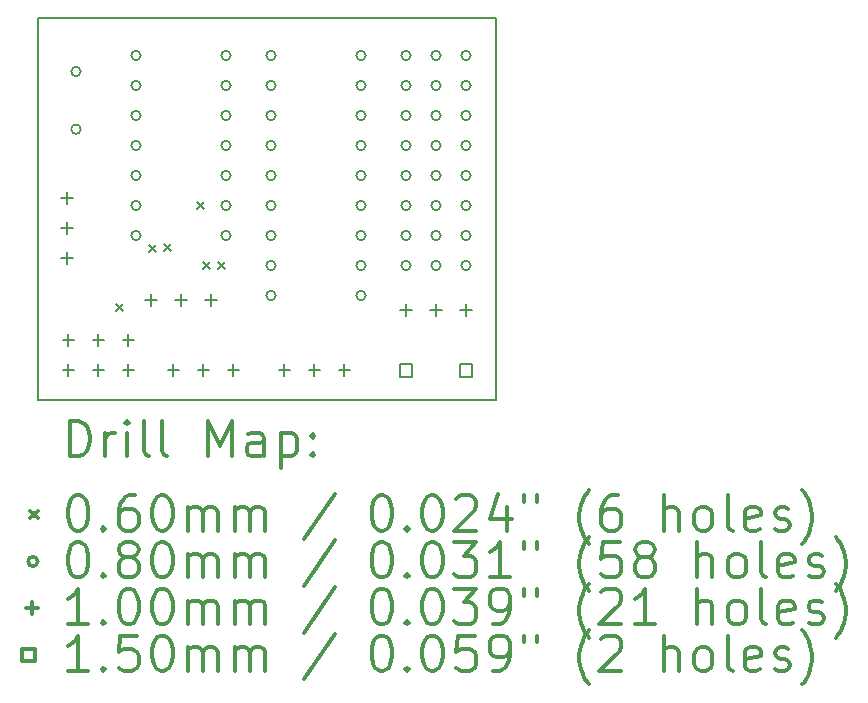
<source format=gbr>
%FSLAX45Y45*%
G04 Gerber Fmt 4.5, Leading zero omitted, Abs format (unit mm)*
G04 Created by KiCad (PCBNEW 4.0.7) date 12/18/18 08:41:11*
%MOMM*%
%LPD*%
G01*
G04 APERTURE LIST*
%ADD10C,0.127000*%
%ADD11C,0.150000*%
%ADD12C,0.200000*%
%ADD13C,0.300000*%
G04 APERTURE END LIST*
D10*
D11*
X13335000Y-12065000D02*
X13335000Y-8826500D01*
X17208500Y-12065000D02*
X17208500Y-8826500D01*
X17208500Y-8826500D02*
X13335000Y-8826500D01*
X13335000Y-12065000D02*
X17208500Y-12065000D01*
D12*
X13990800Y-11247600D02*
X14050800Y-11307600D01*
X14050800Y-11247600D02*
X13990800Y-11307600D01*
X14270200Y-10752300D02*
X14330200Y-10812300D01*
X14330200Y-10752300D02*
X14270200Y-10812300D01*
X14397200Y-10739600D02*
X14457200Y-10799600D01*
X14457200Y-10739600D02*
X14397200Y-10799600D01*
X14676600Y-10384000D02*
X14736600Y-10444000D01*
X14736600Y-10384000D02*
X14676600Y-10444000D01*
X14727400Y-10892000D02*
X14787400Y-10952000D01*
X14787400Y-10892000D02*
X14727400Y-10952000D01*
X14854400Y-10892000D02*
X14914400Y-10952000D01*
X14914400Y-10892000D02*
X14854400Y-10952000D01*
X13692500Y-9281000D02*
G75*
G03X13692500Y-9281000I-40000J0D01*
G01*
X13692500Y-9769000D02*
G75*
G03X13692500Y-9769000I-40000J0D01*
G01*
X14200500Y-9144000D02*
G75*
G03X14200500Y-9144000I-40000J0D01*
G01*
X14200500Y-9398000D02*
G75*
G03X14200500Y-9398000I-40000J0D01*
G01*
X14200500Y-9652000D02*
G75*
G03X14200500Y-9652000I-40000J0D01*
G01*
X14200500Y-9906000D02*
G75*
G03X14200500Y-9906000I-40000J0D01*
G01*
X14200500Y-10160000D02*
G75*
G03X14200500Y-10160000I-40000J0D01*
G01*
X14200500Y-10414000D02*
G75*
G03X14200500Y-10414000I-40000J0D01*
G01*
X14200500Y-10668000D02*
G75*
G03X14200500Y-10668000I-40000J0D01*
G01*
X14962500Y-9144000D02*
G75*
G03X14962500Y-9144000I-40000J0D01*
G01*
X14962500Y-9398000D02*
G75*
G03X14962500Y-9398000I-40000J0D01*
G01*
X14962500Y-9652000D02*
G75*
G03X14962500Y-9652000I-40000J0D01*
G01*
X14962500Y-9906000D02*
G75*
G03X14962500Y-9906000I-40000J0D01*
G01*
X14962500Y-10160000D02*
G75*
G03X14962500Y-10160000I-40000J0D01*
G01*
X14962500Y-10414000D02*
G75*
G03X14962500Y-10414000I-40000J0D01*
G01*
X14962500Y-10668000D02*
G75*
G03X14962500Y-10668000I-40000J0D01*
G01*
X15343500Y-9144000D02*
G75*
G03X15343500Y-9144000I-40000J0D01*
G01*
X15343500Y-9398000D02*
G75*
G03X15343500Y-9398000I-40000J0D01*
G01*
X15343500Y-9652000D02*
G75*
G03X15343500Y-9652000I-40000J0D01*
G01*
X15343500Y-9906000D02*
G75*
G03X15343500Y-9906000I-40000J0D01*
G01*
X15343500Y-10160000D02*
G75*
G03X15343500Y-10160000I-40000J0D01*
G01*
X15343500Y-10414000D02*
G75*
G03X15343500Y-10414000I-40000J0D01*
G01*
X15343500Y-10668000D02*
G75*
G03X15343500Y-10668000I-40000J0D01*
G01*
X15343500Y-10922000D02*
G75*
G03X15343500Y-10922000I-40000J0D01*
G01*
X15343500Y-11176000D02*
G75*
G03X15343500Y-11176000I-40000J0D01*
G01*
X16105500Y-9144000D02*
G75*
G03X16105500Y-9144000I-40000J0D01*
G01*
X16105500Y-9398000D02*
G75*
G03X16105500Y-9398000I-40000J0D01*
G01*
X16105500Y-9652000D02*
G75*
G03X16105500Y-9652000I-40000J0D01*
G01*
X16105500Y-9906000D02*
G75*
G03X16105500Y-9906000I-40000J0D01*
G01*
X16105500Y-10160000D02*
G75*
G03X16105500Y-10160000I-40000J0D01*
G01*
X16105500Y-10414000D02*
G75*
G03X16105500Y-10414000I-40000J0D01*
G01*
X16105500Y-10668000D02*
G75*
G03X16105500Y-10668000I-40000J0D01*
G01*
X16105500Y-10922000D02*
G75*
G03X16105500Y-10922000I-40000J0D01*
G01*
X16105500Y-11176000D02*
G75*
G03X16105500Y-11176000I-40000J0D01*
G01*
X16486500Y-9144000D02*
G75*
G03X16486500Y-9144000I-40000J0D01*
G01*
X16486500Y-9398000D02*
G75*
G03X16486500Y-9398000I-40000J0D01*
G01*
X16486500Y-9652000D02*
G75*
G03X16486500Y-9652000I-40000J0D01*
G01*
X16486500Y-9906000D02*
G75*
G03X16486500Y-9906000I-40000J0D01*
G01*
X16486500Y-10160000D02*
G75*
G03X16486500Y-10160000I-40000J0D01*
G01*
X16486500Y-10414000D02*
G75*
G03X16486500Y-10414000I-40000J0D01*
G01*
X16486500Y-10668000D02*
G75*
G03X16486500Y-10668000I-40000J0D01*
G01*
X16486500Y-10922000D02*
G75*
G03X16486500Y-10922000I-40000J0D01*
G01*
X16740500Y-9144000D02*
G75*
G03X16740500Y-9144000I-40000J0D01*
G01*
X16740500Y-9398000D02*
G75*
G03X16740500Y-9398000I-40000J0D01*
G01*
X16740500Y-9652000D02*
G75*
G03X16740500Y-9652000I-40000J0D01*
G01*
X16740500Y-9906000D02*
G75*
G03X16740500Y-9906000I-40000J0D01*
G01*
X16740500Y-10160000D02*
G75*
G03X16740500Y-10160000I-40000J0D01*
G01*
X16740500Y-10414000D02*
G75*
G03X16740500Y-10414000I-40000J0D01*
G01*
X16740500Y-10668000D02*
G75*
G03X16740500Y-10668000I-40000J0D01*
G01*
X16740500Y-10922000D02*
G75*
G03X16740500Y-10922000I-40000J0D01*
G01*
X16994500Y-9144000D02*
G75*
G03X16994500Y-9144000I-40000J0D01*
G01*
X16994500Y-9398000D02*
G75*
G03X16994500Y-9398000I-40000J0D01*
G01*
X16994500Y-9652000D02*
G75*
G03X16994500Y-9652000I-40000J0D01*
G01*
X16994500Y-9906000D02*
G75*
G03X16994500Y-9906000I-40000J0D01*
G01*
X16994500Y-10160000D02*
G75*
G03X16994500Y-10160000I-40000J0D01*
G01*
X16994500Y-10414000D02*
G75*
G03X16994500Y-10414000I-40000J0D01*
G01*
X16994500Y-10668000D02*
G75*
G03X16994500Y-10668000I-40000J0D01*
G01*
X16994500Y-10922000D02*
G75*
G03X16994500Y-10922000I-40000J0D01*
G01*
X13576300Y-10300500D02*
X13576300Y-10400500D01*
X13526300Y-10350500D02*
X13626300Y-10350500D01*
X13576300Y-10554500D02*
X13576300Y-10654500D01*
X13526300Y-10604500D02*
X13626300Y-10604500D01*
X13576300Y-10808500D02*
X13576300Y-10908500D01*
X13526300Y-10858500D02*
X13626300Y-10858500D01*
X13589000Y-11507000D02*
X13589000Y-11607000D01*
X13539000Y-11557000D02*
X13639000Y-11557000D01*
X13589000Y-11761000D02*
X13589000Y-11861000D01*
X13539000Y-11811000D02*
X13639000Y-11811000D01*
X13843000Y-11507000D02*
X13843000Y-11607000D01*
X13793000Y-11557000D02*
X13893000Y-11557000D01*
X13843000Y-11761000D02*
X13843000Y-11861000D01*
X13793000Y-11811000D02*
X13893000Y-11811000D01*
X14097000Y-11507000D02*
X14097000Y-11607000D01*
X14047000Y-11557000D02*
X14147000Y-11557000D01*
X14097000Y-11761000D02*
X14097000Y-11861000D01*
X14047000Y-11811000D02*
X14147000Y-11811000D01*
X14287500Y-11164100D02*
X14287500Y-11264100D01*
X14237500Y-11214100D02*
X14337500Y-11214100D01*
X14478000Y-11761000D02*
X14478000Y-11861000D01*
X14428000Y-11811000D02*
X14528000Y-11811000D01*
X14541500Y-11164100D02*
X14541500Y-11264100D01*
X14491500Y-11214100D02*
X14591500Y-11214100D01*
X14732000Y-11761000D02*
X14732000Y-11861000D01*
X14682000Y-11811000D02*
X14782000Y-11811000D01*
X14795500Y-11164100D02*
X14795500Y-11264100D01*
X14745500Y-11214100D02*
X14845500Y-11214100D01*
X14986000Y-11761000D02*
X14986000Y-11861000D01*
X14936000Y-11811000D02*
X15036000Y-11811000D01*
X15417800Y-11761000D02*
X15417800Y-11861000D01*
X15367800Y-11811000D02*
X15467800Y-11811000D01*
X15671800Y-11761000D02*
X15671800Y-11861000D01*
X15621800Y-11811000D02*
X15721800Y-11811000D01*
X15925800Y-11761000D02*
X15925800Y-11861000D01*
X15875800Y-11811000D02*
X15975800Y-11811000D01*
X16446500Y-11253000D02*
X16446500Y-11353000D01*
X16396500Y-11303000D02*
X16496500Y-11303000D01*
X16700500Y-11253000D02*
X16700500Y-11353000D01*
X16650500Y-11303000D02*
X16750500Y-11303000D01*
X16954500Y-11253000D02*
X16954500Y-11353000D01*
X16904500Y-11303000D02*
X17004500Y-11303000D01*
X16499533Y-11864033D02*
X16499533Y-11757966D01*
X16393466Y-11757966D01*
X16393466Y-11864033D01*
X16499533Y-11864033D01*
X17007534Y-11864033D02*
X17007534Y-11757966D01*
X16901467Y-11757966D01*
X16901467Y-11864033D01*
X17007534Y-11864033D01*
D13*
X13598928Y-12538214D02*
X13598928Y-12238214D01*
X13670357Y-12238214D01*
X13713214Y-12252500D01*
X13741786Y-12281071D01*
X13756071Y-12309643D01*
X13770357Y-12366786D01*
X13770357Y-12409643D01*
X13756071Y-12466786D01*
X13741786Y-12495357D01*
X13713214Y-12523929D01*
X13670357Y-12538214D01*
X13598928Y-12538214D01*
X13898928Y-12538214D02*
X13898928Y-12338214D01*
X13898928Y-12395357D02*
X13913214Y-12366786D01*
X13927500Y-12352500D01*
X13956071Y-12338214D01*
X13984643Y-12338214D01*
X14084643Y-12538214D02*
X14084643Y-12338214D01*
X14084643Y-12238214D02*
X14070357Y-12252500D01*
X14084643Y-12266786D01*
X14098928Y-12252500D01*
X14084643Y-12238214D01*
X14084643Y-12266786D01*
X14270357Y-12538214D02*
X14241786Y-12523929D01*
X14227500Y-12495357D01*
X14227500Y-12238214D01*
X14427500Y-12538214D02*
X14398928Y-12523929D01*
X14384643Y-12495357D01*
X14384643Y-12238214D01*
X14770357Y-12538214D02*
X14770357Y-12238214D01*
X14870357Y-12452500D01*
X14970357Y-12238214D01*
X14970357Y-12538214D01*
X15241786Y-12538214D02*
X15241786Y-12381071D01*
X15227500Y-12352500D01*
X15198928Y-12338214D01*
X15141786Y-12338214D01*
X15113214Y-12352500D01*
X15241786Y-12523929D02*
X15213214Y-12538214D01*
X15141786Y-12538214D01*
X15113214Y-12523929D01*
X15098928Y-12495357D01*
X15098928Y-12466786D01*
X15113214Y-12438214D01*
X15141786Y-12423929D01*
X15213214Y-12423929D01*
X15241786Y-12409643D01*
X15384643Y-12338214D02*
X15384643Y-12638214D01*
X15384643Y-12352500D02*
X15413214Y-12338214D01*
X15470357Y-12338214D01*
X15498928Y-12352500D01*
X15513214Y-12366786D01*
X15527500Y-12395357D01*
X15527500Y-12481071D01*
X15513214Y-12509643D01*
X15498928Y-12523929D01*
X15470357Y-12538214D01*
X15413214Y-12538214D01*
X15384643Y-12523929D01*
X15656071Y-12509643D02*
X15670357Y-12523929D01*
X15656071Y-12538214D01*
X15641786Y-12523929D01*
X15656071Y-12509643D01*
X15656071Y-12538214D01*
X15656071Y-12352500D02*
X15670357Y-12366786D01*
X15656071Y-12381071D01*
X15641786Y-12366786D01*
X15656071Y-12352500D01*
X15656071Y-12381071D01*
X13267500Y-13002500D02*
X13327500Y-13062500D01*
X13327500Y-13002500D02*
X13267500Y-13062500D01*
X13656071Y-12868214D02*
X13684643Y-12868214D01*
X13713214Y-12882500D01*
X13727500Y-12896786D01*
X13741786Y-12925357D01*
X13756071Y-12982500D01*
X13756071Y-13053929D01*
X13741786Y-13111071D01*
X13727500Y-13139643D01*
X13713214Y-13153929D01*
X13684643Y-13168214D01*
X13656071Y-13168214D01*
X13627500Y-13153929D01*
X13613214Y-13139643D01*
X13598928Y-13111071D01*
X13584643Y-13053929D01*
X13584643Y-12982500D01*
X13598928Y-12925357D01*
X13613214Y-12896786D01*
X13627500Y-12882500D01*
X13656071Y-12868214D01*
X13884643Y-13139643D02*
X13898928Y-13153929D01*
X13884643Y-13168214D01*
X13870357Y-13153929D01*
X13884643Y-13139643D01*
X13884643Y-13168214D01*
X14156071Y-12868214D02*
X14098928Y-12868214D01*
X14070357Y-12882500D01*
X14056071Y-12896786D01*
X14027500Y-12939643D01*
X14013214Y-12996786D01*
X14013214Y-13111071D01*
X14027500Y-13139643D01*
X14041786Y-13153929D01*
X14070357Y-13168214D01*
X14127500Y-13168214D01*
X14156071Y-13153929D01*
X14170357Y-13139643D01*
X14184643Y-13111071D01*
X14184643Y-13039643D01*
X14170357Y-13011071D01*
X14156071Y-12996786D01*
X14127500Y-12982500D01*
X14070357Y-12982500D01*
X14041786Y-12996786D01*
X14027500Y-13011071D01*
X14013214Y-13039643D01*
X14370357Y-12868214D02*
X14398928Y-12868214D01*
X14427500Y-12882500D01*
X14441786Y-12896786D01*
X14456071Y-12925357D01*
X14470357Y-12982500D01*
X14470357Y-13053929D01*
X14456071Y-13111071D01*
X14441786Y-13139643D01*
X14427500Y-13153929D01*
X14398928Y-13168214D01*
X14370357Y-13168214D01*
X14341786Y-13153929D01*
X14327500Y-13139643D01*
X14313214Y-13111071D01*
X14298928Y-13053929D01*
X14298928Y-12982500D01*
X14313214Y-12925357D01*
X14327500Y-12896786D01*
X14341786Y-12882500D01*
X14370357Y-12868214D01*
X14598928Y-13168214D02*
X14598928Y-12968214D01*
X14598928Y-12996786D02*
X14613214Y-12982500D01*
X14641786Y-12968214D01*
X14684643Y-12968214D01*
X14713214Y-12982500D01*
X14727500Y-13011071D01*
X14727500Y-13168214D01*
X14727500Y-13011071D02*
X14741786Y-12982500D01*
X14770357Y-12968214D01*
X14813214Y-12968214D01*
X14841786Y-12982500D01*
X14856071Y-13011071D01*
X14856071Y-13168214D01*
X14998928Y-13168214D02*
X14998928Y-12968214D01*
X14998928Y-12996786D02*
X15013214Y-12982500D01*
X15041786Y-12968214D01*
X15084643Y-12968214D01*
X15113214Y-12982500D01*
X15127500Y-13011071D01*
X15127500Y-13168214D01*
X15127500Y-13011071D02*
X15141786Y-12982500D01*
X15170357Y-12968214D01*
X15213214Y-12968214D01*
X15241786Y-12982500D01*
X15256071Y-13011071D01*
X15256071Y-13168214D01*
X15841786Y-12853929D02*
X15584643Y-13239643D01*
X16227500Y-12868214D02*
X16256071Y-12868214D01*
X16284643Y-12882500D01*
X16298928Y-12896786D01*
X16313214Y-12925357D01*
X16327500Y-12982500D01*
X16327500Y-13053929D01*
X16313214Y-13111071D01*
X16298928Y-13139643D01*
X16284643Y-13153929D01*
X16256071Y-13168214D01*
X16227500Y-13168214D01*
X16198928Y-13153929D01*
X16184643Y-13139643D01*
X16170357Y-13111071D01*
X16156071Y-13053929D01*
X16156071Y-12982500D01*
X16170357Y-12925357D01*
X16184643Y-12896786D01*
X16198928Y-12882500D01*
X16227500Y-12868214D01*
X16456071Y-13139643D02*
X16470357Y-13153929D01*
X16456071Y-13168214D01*
X16441786Y-13153929D01*
X16456071Y-13139643D01*
X16456071Y-13168214D01*
X16656071Y-12868214D02*
X16684643Y-12868214D01*
X16713214Y-12882500D01*
X16727500Y-12896786D01*
X16741785Y-12925357D01*
X16756071Y-12982500D01*
X16756071Y-13053929D01*
X16741785Y-13111071D01*
X16727500Y-13139643D01*
X16713214Y-13153929D01*
X16684643Y-13168214D01*
X16656071Y-13168214D01*
X16627500Y-13153929D01*
X16613214Y-13139643D01*
X16598928Y-13111071D01*
X16584643Y-13053929D01*
X16584643Y-12982500D01*
X16598928Y-12925357D01*
X16613214Y-12896786D01*
X16627500Y-12882500D01*
X16656071Y-12868214D01*
X16870357Y-12896786D02*
X16884643Y-12882500D01*
X16913214Y-12868214D01*
X16984643Y-12868214D01*
X17013214Y-12882500D01*
X17027500Y-12896786D01*
X17041786Y-12925357D01*
X17041786Y-12953929D01*
X17027500Y-12996786D01*
X16856071Y-13168214D01*
X17041786Y-13168214D01*
X17298928Y-12968214D02*
X17298928Y-13168214D01*
X17227500Y-12853929D02*
X17156071Y-13068214D01*
X17341786Y-13068214D01*
X17441786Y-12868214D02*
X17441786Y-12925357D01*
X17556071Y-12868214D02*
X17556071Y-12925357D01*
X17998928Y-13282500D02*
X17984643Y-13268214D01*
X17956071Y-13225357D01*
X17941786Y-13196786D01*
X17927500Y-13153929D01*
X17913214Y-13082500D01*
X17913214Y-13025357D01*
X17927500Y-12953929D01*
X17941786Y-12911071D01*
X17956071Y-12882500D01*
X17984643Y-12839643D01*
X17998928Y-12825357D01*
X18241786Y-12868214D02*
X18184643Y-12868214D01*
X18156071Y-12882500D01*
X18141786Y-12896786D01*
X18113214Y-12939643D01*
X18098928Y-12996786D01*
X18098928Y-13111071D01*
X18113214Y-13139643D01*
X18127500Y-13153929D01*
X18156071Y-13168214D01*
X18213214Y-13168214D01*
X18241786Y-13153929D01*
X18256071Y-13139643D01*
X18270357Y-13111071D01*
X18270357Y-13039643D01*
X18256071Y-13011071D01*
X18241786Y-12996786D01*
X18213214Y-12982500D01*
X18156071Y-12982500D01*
X18127500Y-12996786D01*
X18113214Y-13011071D01*
X18098928Y-13039643D01*
X18627500Y-13168214D02*
X18627500Y-12868214D01*
X18756071Y-13168214D02*
X18756071Y-13011071D01*
X18741786Y-12982500D01*
X18713214Y-12968214D01*
X18670357Y-12968214D01*
X18641786Y-12982500D01*
X18627500Y-12996786D01*
X18941786Y-13168214D02*
X18913214Y-13153929D01*
X18898928Y-13139643D01*
X18884643Y-13111071D01*
X18884643Y-13025357D01*
X18898928Y-12996786D01*
X18913214Y-12982500D01*
X18941786Y-12968214D01*
X18984643Y-12968214D01*
X19013214Y-12982500D01*
X19027500Y-12996786D01*
X19041786Y-13025357D01*
X19041786Y-13111071D01*
X19027500Y-13139643D01*
X19013214Y-13153929D01*
X18984643Y-13168214D01*
X18941786Y-13168214D01*
X19213214Y-13168214D02*
X19184643Y-13153929D01*
X19170357Y-13125357D01*
X19170357Y-12868214D01*
X19441786Y-13153929D02*
X19413214Y-13168214D01*
X19356071Y-13168214D01*
X19327500Y-13153929D01*
X19313214Y-13125357D01*
X19313214Y-13011071D01*
X19327500Y-12982500D01*
X19356071Y-12968214D01*
X19413214Y-12968214D01*
X19441786Y-12982500D01*
X19456071Y-13011071D01*
X19456071Y-13039643D01*
X19313214Y-13068214D01*
X19570357Y-13153929D02*
X19598929Y-13168214D01*
X19656071Y-13168214D01*
X19684643Y-13153929D01*
X19698929Y-13125357D01*
X19698929Y-13111071D01*
X19684643Y-13082500D01*
X19656071Y-13068214D01*
X19613214Y-13068214D01*
X19584643Y-13053929D01*
X19570357Y-13025357D01*
X19570357Y-13011071D01*
X19584643Y-12982500D01*
X19613214Y-12968214D01*
X19656071Y-12968214D01*
X19684643Y-12982500D01*
X19798928Y-13282500D02*
X19813214Y-13268214D01*
X19841786Y-13225357D01*
X19856071Y-13196786D01*
X19870357Y-13153929D01*
X19884643Y-13082500D01*
X19884643Y-13025357D01*
X19870357Y-12953929D01*
X19856071Y-12911071D01*
X19841786Y-12882500D01*
X19813214Y-12839643D01*
X19798928Y-12825357D01*
X13327500Y-13428500D02*
G75*
G03X13327500Y-13428500I-40000J0D01*
G01*
X13656071Y-13264214D02*
X13684643Y-13264214D01*
X13713214Y-13278500D01*
X13727500Y-13292786D01*
X13741786Y-13321357D01*
X13756071Y-13378500D01*
X13756071Y-13449929D01*
X13741786Y-13507071D01*
X13727500Y-13535643D01*
X13713214Y-13549929D01*
X13684643Y-13564214D01*
X13656071Y-13564214D01*
X13627500Y-13549929D01*
X13613214Y-13535643D01*
X13598928Y-13507071D01*
X13584643Y-13449929D01*
X13584643Y-13378500D01*
X13598928Y-13321357D01*
X13613214Y-13292786D01*
X13627500Y-13278500D01*
X13656071Y-13264214D01*
X13884643Y-13535643D02*
X13898928Y-13549929D01*
X13884643Y-13564214D01*
X13870357Y-13549929D01*
X13884643Y-13535643D01*
X13884643Y-13564214D01*
X14070357Y-13392786D02*
X14041786Y-13378500D01*
X14027500Y-13364214D01*
X14013214Y-13335643D01*
X14013214Y-13321357D01*
X14027500Y-13292786D01*
X14041786Y-13278500D01*
X14070357Y-13264214D01*
X14127500Y-13264214D01*
X14156071Y-13278500D01*
X14170357Y-13292786D01*
X14184643Y-13321357D01*
X14184643Y-13335643D01*
X14170357Y-13364214D01*
X14156071Y-13378500D01*
X14127500Y-13392786D01*
X14070357Y-13392786D01*
X14041786Y-13407071D01*
X14027500Y-13421357D01*
X14013214Y-13449929D01*
X14013214Y-13507071D01*
X14027500Y-13535643D01*
X14041786Y-13549929D01*
X14070357Y-13564214D01*
X14127500Y-13564214D01*
X14156071Y-13549929D01*
X14170357Y-13535643D01*
X14184643Y-13507071D01*
X14184643Y-13449929D01*
X14170357Y-13421357D01*
X14156071Y-13407071D01*
X14127500Y-13392786D01*
X14370357Y-13264214D02*
X14398928Y-13264214D01*
X14427500Y-13278500D01*
X14441786Y-13292786D01*
X14456071Y-13321357D01*
X14470357Y-13378500D01*
X14470357Y-13449929D01*
X14456071Y-13507071D01*
X14441786Y-13535643D01*
X14427500Y-13549929D01*
X14398928Y-13564214D01*
X14370357Y-13564214D01*
X14341786Y-13549929D01*
X14327500Y-13535643D01*
X14313214Y-13507071D01*
X14298928Y-13449929D01*
X14298928Y-13378500D01*
X14313214Y-13321357D01*
X14327500Y-13292786D01*
X14341786Y-13278500D01*
X14370357Y-13264214D01*
X14598928Y-13564214D02*
X14598928Y-13364214D01*
X14598928Y-13392786D02*
X14613214Y-13378500D01*
X14641786Y-13364214D01*
X14684643Y-13364214D01*
X14713214Y-13378500D01*
X14727500Y-13407071D01*
X14727500Y-13564214D01*
X14727500Y-13407071D02*
X14741786Y-13378500D01*
X14770357Y-13364214D01*
X14813214Y-13364214D01*
X14841786Y-13378500D01*
X14856071Y-13407071D01*
X14856071Y-13564214D01*
X14998928Y-13564214D02*
X14998928Y-13364214D01*
X14998928Y-13392786D02*
X15013214Y-13378500D01*
X15041786Y-13364214D01*
X15084643Y-13364214D01*
X15113214Y-13378500D01*
X15127500Y-13407071D01*
X15127500Y-13564214D01*
X15127500Y-13407071D02*
X15141786Y-13378500D01*
X15170357Y-13364214D01*
X15213214Y-13364214D01*
X15241786Y-13378500D01*
X15256071Y-13407071D01*
X15256071Y-13564214D01*
X15841786Y-13249929D02*
X15584643Y-13635643D01*
X16227500Y-13264214D02*
X16256071Y-13264214D01*
X16284643Y-13278500D01*
X16298928Y-13292786D01*
X16313214Y-13321357D01*
X16327500Y-13378500D01*
X16327500Y-13449929D01*
X16313214Y-13507071D01*
X16298928Y-13535643D01*
X16284643Y-13549929D01*
X16256071Y-13564214D01*
X16227500Y-13564214D01*
X16198928Y-13549929D01*
X16184643Y-13535643D01*
X16170357Y-13507071D01*
X16156071Y-13449929D01*
X16156071Y-13378500D01*
X16170357Y-13321357D01*
X16184643Y-13292786D01*
X16198928Y-13278500D01*
X16227500Y-13264214D01*
X16456071Y-13535643D02*
X16470357Y-13549929D01*
X16456071Y-13564214D01*
X16441786Y-13549929D01*
X16456071Y-13535643D01*
X16456071Y-13564214D01*
X16656071Y-13264214D02*
X16684643Y-13264214D01*
X16713214Y-13278500D01*
X16727500Y-13292786D01*
X16741785Y-13321357D01*
X16756071Y-13378500D01*
X16756071Y-13449929D01*
X16741785Y-13507071D01*
X16727500Y-13535643D01*
X16713214Y-13549929D01*
X16684643Y-13564214D01*
X16656071Y-13564214D01*
X16627500Y-13549929D01*
X16613214Y-13535643D01*
X16598928Y-13507071D01*
X16584643Y-13449929D01*
X16584643Y-13378500D01*
X16598928Y-13321357D01*
X16613214Y-13292786D01*
X16627500Y-13278500D01*
X16656071Y-13264214D01*
X16856071Y-13264214D02*
X17041786Y-13264214D01*
X16941786Y-13378500D01*
X16984643Y-13378500D01*
X17013214Y-13392786D01*
X17027500Y-13407071D01*
X17041786Y-13435643D01*
X17041786Y-13507071D01*
X17027500Y-13535643D01*
X17013214Y-13549929D01*
X16984643Y-13564214D01*
X16898928Y-13564214D01*
X16870357Y-13549929D01*
X16856071Y-13535643D01*
X17327500Y-13564214D02*
X17156071Y-13564214D01*
X17241786Y-13564214D02*
X17241786Y-13264214D01*
X17213214Y-13307071D01*
X17184643Y-13335643D01*
X17156071Y-13349929D01*
X17441786Y-13264214D02*
X17441786Y-13321357D01*
X17556071Y-13264214D02*
X17556071Y-13321357D01*
X17998928Y-13678500D02*
X17984643Y-13664214D01*
X17956071Y-13621357D01*
X17941786Y-13592786D01*
X17927500Y-13549929D01*
X17913214Y-13478500D01*
X17913214Y-13421357D01*
X17927500Y-13349929D01*
X17941786Y-13307071D01*
X17956071Y-13278500D01*
X17984643Y-13235643D01*
X17998928Y-13221357D01*
X18256071Y-13264214D02*
X18113214Y-13264214D01*
X18098928Y-13407071D01*
X18113214Y-13392786D01*
X18141786Y-13378500D01*
X18213214Y-13378500D01*
X18241786Y-13392786D01*
X18256071Y-13407071D01*
X18270357Y-13435643D01*
X18270357Y-13507071D01*
X18256071Y-13535643D01*
X18241786Y-13549929D01*
X18213214Y-13564214D01*
X18141786Y-13564214D01*
X18113214Y-13549929D01*
X18098928Y-13535643D01*
X18441786Y-13392786D02*
X18413214Y-13378500D01*
X18398928Y-13364214D01*
X18384643Y-13335643D01*
X18384643Y-13321357D01*
X18398928Y-13292786D01*
X18413214Y-13278500D01*
X18441786Y-13264214D01*
X18498928Y-13264214D01*
X18527500Y-13278500D01*
X18541786Y-13292786D01*
X18556071Y-13321357D01*
X18556071Y-13335643D01*
X18541786Y-13364214D01*
X18527500Y-13378500D01*
X18498928Y-13392786D01*
X18441786Y-13392786D01*
X18413214Y-13407071D01*
X18398928Y-13421357D01*
X18384643Y-13449929D01*
X18384643Y-13507071D01*
X18398928Y-13535643D01*
X18413214Y-13549929D01*
X18441786Y-13564214D01*
X18498928Y-13564214D01*
X18527500Y-13549929D01*
X18541786Y-13535643D01*
X18556071Y-13507071D01*
X18556071Y-13449929D01*
X18541786Y-13421357D01*
X18527500Y-13407071D01*
X18498928Y-13392786D01*
X18913214Y-13564214D02*
X18913214Y-13264214D01*
X19041786Y-13564214D02*
X19041786Y-13407071D01*
X19027500Y-13378500D01*
X18998928Y-13364214D01*
X18956071Y-13364214D01*
X18927500Y-13378500D01*
X18913214Y-13392786D01*
X19227500Y-13564214D02*
X19198928Y-13549929D01*
X19184643Y-13535643D01*
X19170357Y-13507071D01*
X19170357Y-13421357D01*
X19184643Y-13392786D01*
X19198928Y-13378500D01*
X19227500Y-13364214D01*
X19270357Y-13364214D01*
X19298928Y-13378500D01*
X19313214Y-13392786D01*
X19327500Y-13421357D01*
X19327500Y-13507071D01*
X19313214Y-13535643D01*
X19298928Y-13549929D01*
X19270357Y-13564214D01*
X19227500Y-13564214D01*
X19498928Y-13564214D02*
X19470357Y-13549929D01*
X19456071Y-13521357D01*
X19456071Y-13264214D01*
X19727500Y-13549929D02*
X19698929Y-13564214D01*
X19641786Y-13564214D01*
X19613214Y-13549929D01*
X19598929Y-13521357D01*
X19598929Y-13407071D01*
X19613214Y-13378500D01*
X19641786Y-13364214D01*
X19698929Y-13364214D01*
X19727500Y-13378500D01*
X19741786Y-13407071D01*
X19741786Y-13435643D01*
X19598929Y-13464214D01*
X19856071Y-13549929D02*
X19884643Y-13564214D01*
X19941786Y-13564214D01*
X19970357Y-13549929D01*
X19984643Y-13521357D01*
X19984643Y-13507071D01*
X19970357Y-13478500D01*
X19941786Y-13464214D01*
X19898929Y-13464214D01*
X19870357Y-13449929D01*
X19856071Y-13421357D01*
X19856071Y-13407071D01*
X19870357Y-13378500D01*
X19898929Y-13364214D01*
X19941786Y-13364214D01*
X19970357Y-13378500D01*
X20084643Y-13678500D02*
X20098929Y-13664214D01*
X20127500Y-13621357D01*
X20141786Y-13592786D01*
X20156071Y-13549929D01*
X20170357Y-13478500D01*
X20170357Y-13421357D01*
X20156071Y-13349929D01*
X20141786Y-13307071D01*
X20127500Y-13278500D01*
X20098929Y-13235643D01*
X20084643Y-13221357D01*
X13277500Y-13774500D02*
X13277500Y-13874500D01*
X13227500Y-13824500D02*
X13327500Y-13824500D01*
X13756071Y-13960214D02*
X13584643Y-13960214D01*
X13670357Y-13960214D02*
X13670357Y-13660214D01*
X13641786Y-13703071D01*
X13613214Y-13731643D01*
X13584643Y-13745929D01*
X13884643Y-13931643D02*
X13898928Y-13945929D01*
X13884643Y-13960214D01*
X13870357Y-13945929D01*
X13884643Y-13931643D01*
X13884643Y-13960214D01*
X14084643Y-13660214D02*
X14113214Y-13660214D01*
X14141786Y-13674500D01*
X14156071Y-13688786D01*
X14170357Y-13717357D01*
X14184643Y-13774500D01*
X14184643Y-13845929D01*
X14170357Y-13903071D01*
X14156071Y-13931643D01*
X14141786Y-13945929D01*
X14113214Y-13960214D01*
X14084643Y-13960214D01*
X14056071Y-13945929D01*
X14041786Y-13931643D01*
X14027500Y-13903071D01*
X14013214Y-13845929D01*
X14013214Y-13774500D01*
X14027500Y-13717357D01*
X14041786Y-13688786D01*
X14056071Y-13674500D01*
X14084643Y-13660214D01*
X14370357Y-13660214D02*
X14398928Y-13660214D01*
X14427500Y-13674500D01*
X14441786Y-13688786D01*
X14456071Y-13717357D01*
X14470357Y-13774500D01*
X14470357Y-13845929D01*
X14456071Y-13903071D01*
X14441786Y-13931643D01*
X14427500Y-13945929D01*
X14398928Y-13960214D01*
X14370357Y-13960214D01*
X14341786Y-13945929D01*
X14327500Y-13931643D01*
X14313214Y-13903071D01*
X14298928Y-13845929D01*
X14298928Y-13774500D01*
X14313214Y-13717357D01*
X14327500Y-13688786D01*
X14341786Y-13674500D01*
X14370357Y-13660214D01*
X14598928Y-13960214D02*
X14598928Y-13760214D01*
X14598928Y-13788786D02*
X14613214Y-13774500D01*
X14641786Y-13760214D01*
X14684643Y-13760214D01*
X14713214Y-13774500D01*
X14727500Y-13803071D01*
X14727500Y-13960214D01*
X14727500Y-13803071D02*
X14741786Y-13774500D01*
X14770357Y-13760214D01*
X14813214Y-13760214D01*
X14841786Y-13774500D01*
X14856071Y-13803071D01*
X14856071Y-13960214D01*
X14998928Y-13960214D02*
X14998928Y-13760214D01*
X14998928Y-13788786D02*
X15013214Y-13774500D01*
X15041786Y-13760214D01*
X15084643Y-13760214D01*
X15113214Y-13774500D01*
X15127500Y-13803071D01*
X15127500Y-13960214D01*
X15127500Y-13803071D02*
X15141786Y-13774500D01*
X15170357Y-13760214D01*
X15213214Y-13760214D01*
X15241786Y-13774500D01*
X15256071Y-13803071D01*
X15256071Y-13960214D01*
X15841786Y-13645929D02*
X15584643Y-14031643D01*
X16227500Y-13660214D02*
X16256071Y-13660214D01*
X16284643Y-13674500D01*
X16298928Y-13688786D01*
X16313214Y-13717357D01*
X16327500Y-13774500D01*
X16327500Y-13845929D01*
X16313214Y-13903071D01*
X16298928Y-13931643D01*
X16284643Y-13945929D01*
X16256071Y-13960214D01*
X16227500Y-13960214D01*
X16198928Y-13945929D01*
X16184643Y-13931643D01*
X16170357Y-13903071D01*
X16156071Y-13845929D01*
X16156071Y-13774500D01*
X16170357Y-13717357D01*
X16184643Y-13688786D01*
X16198928Y-13674500D01*
X16227500Y-13660214D01*
X16456071Y-13931643D02*
X16470357Y-13945929D01*
X16456071Y-13960214D01*
X16441786Y-13945929D01*
X16456071Y-13931643D01*
X16456071Y-13960214D01*
X16656071Y-13660214D02*
X16684643Y-13660214D01*
X16713214Y-13674500D01*
X16727500Y-13688786D01*
X16741785Y-13717357D01*
X16756071Y-13774500D01*
X16756071Y-13845929D01*
X16741785Y-13903071D01*
X16727500Y-13931643D01*
X16713214Y-13945929D01*
X16684643Y-13960214D01*
X16656071Y-13960214D01*
X16627500Y-13945929D01*
X16613214Y-13931643D01*
X16598928Y-13903071D01*
X16584643Y-13845929D01*
X16584643Y-13774500D01*
X16598928Y-13717357D01*
X16613214Y-13688786D01*
X16627500Y-13674500D01*
X16656071Y-13660214D01*
X16856071Y-13660214D02*
X17041786Y-13660214D01*
X16941786Y-13774500D01*
X16984643Y-13774500D01*
X17013214Y-13788786D01*
X17027500Y-13803071D01*
X17041786Y-13831643D01*
X17041786Y-13903071D01*
X17027500Y-13931643D01*
X17013214Y-13945929D01*
X16984643Y-13960214D01*
X16898928Y-13960214D01*
X16870357Y-13945929D01*
X16856071Y-13931643D01*
X17184643Y-13960214D02*
X17241786Y-13960214D01*
X17270357Y-13945929D01*
X17284643Y-13931643D01*
X17313214Y-13888786D01*
X17327500Y-13831643D01*
X17327500Y-13717357D01*
X17313214Y-13688786D01*
X17298928Y-13674500D01*
X17270357Y-13660214D01*
X17213214Y-13660214D01*
X17184643Y-13674500D01*
X17170357Y-13688786D01*
X17156071Y-13717357D01*
X17156071Y-13788786D01*
X17170357Y-13817357D01*
X17184643Y-13831643D01*
X17213214Y-13845929D01*
X17270357Y-13845929D01*
X17298928Y-13831643D01*
X17313214Y-13817357D01*
X17327500Y-13788786D01*
X17441786Y-13660214D02*
X17441786Y-13717357D01*
X17556071Y-13660214D02*
X17556071Y-13717357D01*
X17998928Y-14074500D02*
X17984643Y-14060214D01*
X17956071Y-14017357D01*
X17941786Y-13988786D01*
X17927500Y-13945929D01*
X17913214Y-13874500D01*
X17913214Y-13817357D01*
X17927500Y-13745929D01*
X17941786Y-13703071D01*
X17956071Y-13674500D01*
X17984643Y-13631643D01*
X17998928Y-13617357D01*
X18098928Y-13688786D02*
X18113214Y-13674500D01*
X18141786Y-13660214D01*
X18213214Y-13660214D01*
X18241786Y-13674500D01*
X18256071Y-13688786D01*
X18270357Y-13717357D01*
X18270357Y-13745929D01*
X18256071Y-13788786D01*
X18084643Y-13960214D01*
X18270357Y-13960214D01*
X18556071Y-13960214D02*
X18384643Y-13960214D01*
X18470357Y-13960214D02*
X18470357Y-13660214D01*
X18441786Y-13703071D01*
X18413214Y-13731643D01*
X18384643Y-13745929D01*
X18913214Y-13960214D02*
X18913214Y-13660214D01*
X19041786Y-13960214D02*
X19041786Y-13803071D01*
X19027500Y-13774500D01*
X18998928Y-13760214D01*
X18956071Y-13760214D01*
X18927500Y-13774500D01*
X18913214Y-13788786D01*
X19227500Y-13960214D02*
X19198928Y-13945929D01*
X19184643Y-13931643D01*
X19170357Y-13903071D01*
X19170357Y-13817357D01*
X19184643Y-13788786D01*
X19198928Y-13774500D01*
X19227500Y-13760214D01*
X19270357Y-13760214D01*
X19298928Y-13774500D01*
X19313214Y-13788786D01*
X19327500Y-13817357D01*
X19327500Y-13903071D01*
X19313214Y-13931643D01*
X19298928Y-13945929D01*
X19270357Y-13960214D01*
X19227500Y-13960214D01*
X19498928Y-13960214D02*
X19470357Y-13945929D01*
X19456071Y-13917357D01*
X19456071Y-13660214D01*
X19727500Y-13945929D02*
X19698929Y-13960214D01*
X19641786Y-13960214D01*
X19613214Y-13945929D01*
X19598929Y-13917357D01*
X19598929Y-13803071D01*
X19613214Y-13774500D01*
X19641786Y-13760214D01*
X19698929Y-13760214D01*
X19727500Y-13774500D01*
X19741786Y-13803071D01*
X19741786Y-13831643D01*
X19598929Y-13860214D01*
X19856071Y-13945929D02*
X19884643Y-13960214D01*
X19941786Y-13960214D01*
X19970357Y-13945929D01*
X19984643Y-13917357D01*
X19984643Y-13903071D01*
X19970357Y-13874500D01*
X19941786Y-13860214D01*
X19898929Y-13860214D01*
X19870357Y-13845929D01*
X19856071Y-13817357D01*
X19856071Y-13803071D01*
X19870357Y-13774500D01*
X19898929Y-13760214D01*
X19941786Y-13760214D01*
X19970357Y-13774500D01*
X20084643Y-14074500D02*
X20098929Y-14060214D01*
X20127500Y-14017357D01*
X20141786Y-13988786D01*
X20156071Y-13945929D01*
X20170357Y-13874500D01*
X20170357Y-13817357D01*
X20156071Y-13745929D01*
X20141786Y-13703071D01*
X20127500Y-13674500D01*
X20098929Y-13631643D01*
X20084643Y-13617357D01*
X13305533Y-14273534D02*
X13305533Y-14167467D01*
X13199466Y-14167467D01*
X13199466Y-14273534D01*
X13305533Y-14273534D01*
X13756071Y-14356214D02*
X13584643Y-14356214D01*
X13670357Y-14356214D02*
X13670357Y-14056214D01*
X13641786Y-14099071D01*
X13613214Y-14127643D01*
X13584643Y-14141929D01*
X13884643Y-14327643D02*
X13898928Y-14341929D01*
X13884643Y-14356214D01*
X13870357Y-14341929D01*
X13884643Y-14327643D01*
X13884643Y-14356214D01*
X14170357Y-14056214D02*
X14027500Y-14056214D01*
X14013214Y-14199071D01*
X14027500Y-14184786D01*
X14056071Y-14170500D01*
X14127500Y-14170500D01*
X14156071Y-14184786D01*
X14170357Y-14199071D01*
X14184643Y-14227643D01*
X14184643Y-14299071D01*
X14170357Y-14327643D01*
X14156071Y-14341929D01*
X14127500Y-14356214D01*
X14056071Y-14356214D01*
X14027500Y-14341929D01*
X14013214Y-14327643D01*
X14370357Y-14056214D02*
X14398928Y-14056214D01*
X14427500Y-14070500D01*
X14441786Y-14084786D01*
X14456071Y-14113357D01*
X14470357Y-14170500D01*
X14470357Y-14241929D01*
X14456071Y-14299071D01*
X14441786Y-14327643D01*
X14427500Y-14341929D01*
X14398928Y-14356214D01*
X14370357Y-14356214D01*
X14341786Y-14341929D01*
X14327500Y-14327643D01*
X14313214Y-14299071D01*
X14298928Y-14241929D01*
X14298928Y-14170500D01*
X14313214Y-14113357D01*
X14327500Y-14084786D01*
X14341786Y-14070500D01*
X14370357Y-14056214D01*
X14598928Y-14356214D02*
X14598928Y-14156214D01*
X14598928Y-14184786D02*
X14613214Y-14170500D01*
X14641786Y-14156214D01*
X14684643Y-14156214D01*
X14713214Y-14170500D01*
X14727500Y-14199071D01*
X14727500Y-14356214D01*
X14727500Y-14199071D02*
X14741786Y-14170500D01*
X14770357Y-14156214D01*
X14813214Y-14156214D01*
X14841786Y-14170500D01*
X14856071Y-14199071D01*
X14856071Y-14356214D01*
X14998928Y-14356214D02*
X14998928Y-14156214D01*
X14998928Y-14184786D02*
X15013214Y-14170500D01*
X15041786Y-14156214D01*
X15084643Y-14156214D01*
X15113214Y-14170500D01*
X15127500Y-14199071D01*
X15127500Y-14356214D01*
X15127500Y-14199071D02*
X15141786Y-14170500D01*
X15170357Y-14156214D01*
X15213214Y-14156214D01*
X15241786Y-14170500D01*
X15256071Y-14199071D01*
X15256071Y-14356214D01*
X15841786Y-14041929D02*
X15584643Y-14427643D01*
X16227500Y-14056214D02*
X16256071Y-14056214D01*
X16284643Y-14070500D01*
X16298928Y-14084786D01*
X16313214Y-14113357D01*
X16327500Y-14170500D01*
X16327500Y-14241929D01*
X16313214Y-14299071D01*
X16298928Y-14327643D01*
X16284643Y-14341929D01*
X16256071Y-14356214D01*
X16227500Y-14356214D01*
X16198928Y-14341929D01*
X16184643Y-14327643D01*
X16170357Y-14299071D01*
X16156071Y-14241929D01*
X16156071Y-14170500D01*
X16170357Y-14113357D01*
X16184643Y-14084786D01*
X16198928Y-14070500D01*
X16227500Y-14056214D01*
X16456071Y-14327643D02*
X16470357Y-14341929D01*
X16456071Y-14356214D01*
X16441786Y-14341929D01*
X16456071Y-14327643D01*
X16456071Y-14356214D01*
X16656071Y-14056214D02*
X16684643Y-14056214D01*
X16713214Y-14070500D01*
X16727500Y-14084786D01*
X16741785Y-14113357D01*
X16756071Y-14170500D01*
X16756071Y-14241929D01*
X16741785Y-14299071D01*
X16727500Y-14327643D01*
X16713214Y-14341929D01*
X16684643Y-14356214D01*
X16656071Y-14356214D01*
X16627500Y-14341929D01*
X16613214Y-14327643D01*
X16598928Y-14299071D01*
X16584643Y-14241929D01*
X16584643Y-14170500D01*
X16598928Y-14113357D01*
X16613214Y-14084786D01*
X16627500Y-14070500D01*
X16656071Y-14056214D01*
X17027500Y-14056214D02*
X16884643Y-14056214D01*
X16870357Y-14199071D01*
X16884643Y-14184786D01*
X16913214Y-14170500D01*
X16984643Y-14170500D01*
X17013214Y-14184786D01*
X17027500Y-14199071D01*
X17041786Y-14227643D01*
X17041786Y-14299071D01*
X17027500Y-14327643D01*
X17013214Y-14341929D01*
X16984643Y-14356214D01*
X16913214Y-14356214D01*
X16884643Y-14341929D01*
X16870357Y-14327643D01*
X17184643Y-14356214D02*
X17241786Y-14356214D01*
X17270357Y-14341929D01*
X17284643Y-14327643D01*
X17313214Y-14284786D01*
X17327500Y-14227643D01*
X17327500Y-14113357D01*
X17313214Y-14084786D01*
X17298928Y-14070500D01*
X17270357Y-14056214D01*
X17213214Y-14056214D01*
X17184643Y-14070500D01*
X17170357Y-14084786D01*
X17156071Y-14113357D01*
X17156071Y-14184786D01*
X17170357Y-14213357D01*
X17184643Y-14227643D01*
X17213214Y-14241929D01*
X17270357Y-14241929D01*
X17298928Y-14227643D01*
X17313214Y-14213357D01*
X17327500Y-14184786D01*
X17441786Y-14056214D02*
X17441786Y-14113357D01*
X17556071Y-14056214D02*
X17556071Y-14113357D01*
X17998928Y-14470500D02*
X17984643Y-14456214D01*
X17956071Y-14413357D01*
X17941786Y-14384786D01*
X17927500Y-14341929D01*
X17913214Y-14270500D01*
X17913214Y-14213357D01*
X17927500Y-14141929D01*
X17941786Y-14099071D01*
X17956071Y-14070500D01*
X17984643Y-14027643D01*
X17998928Y-14013357D01*
X18098928Y-14084786D02*
X18113214Y-14070500D01*
X18141786Y-14056214D01*
X18213214Y-14056214D01*
X18241786Y-14070500D01*
X18256071Y-14084786D01*
X18270357Y-14113357D01*
X18270357Y-14141929D01*
X18256071Y-14184786D01*
X18084643Y-14356214D01*
X18270357Y-14356214D01*
X18627500Y-14356214D02*
X18627500Y-14056214D01*
X18756071Y-14356214D02*
X18756071Y-14199071D01*
X18741786Y-14170500D01*
X18713214Y-14156214D01*
X18670357Y-14156214D01*
X18641786Y-14170500D01*
X18627500Y-14184786D01*
X18941786Y-14356214D02*
X18913214Y-14341929D01*
X18898928Y-14327643D01*
X18884643Y-14299071D01*
X18884643Y-14213357D01*
X18898928Y-14184786D01*
X18913214Y-14170500D01*
X18941786Y-14156214D01*
X18984643Y-14156214D01*
X19013214Y-14170500D01*
X19027500Y-14184786D01*
X19041786Y-14213357D01*
X19041786Y-14299071D01*
X19027500Y-14327643D01*
X19013214Y-14341929D01*
X18984643Y-14356214D01*
X18941786Y-14356214D01*
X19213214Y-14356214D02*
X19184643Y-14341929D01*
X19170357Y-14313357D01*
X19170357Y-14056214D01*
X19441786Y-14341929D02*
X19413214Y-14356214D01*
X19356071Y-14356214D01*
X19327500Y-14341929D01*
X19313214Y-14313357D01*
X19313214Y-14199071D01*
X19327500Y-14170500D01*
X19356071Y-14156214D01*
X19413214Y-14156214D01*
X19441786Y-14170500D01*
X19456071Y-14199071D01*
X19456071Y-14227643D01*
X19313214Y-14256214D01*
X19570357Y-14341929D02*
X19598929Y-14356214D01*
X19656071Y-14356214D01*
X19684643Y-14341929D01*
X19698929Y-14313357D01*
X19698929Y-14299071D01*
X19684643Y-14270500D01*
X19656071Y-14256214D01*
X19613214Y-14256214D01*
X19584643Y-14241929D01*
X19570357Y-14213357D01*
X19570357Y-14199071D01*
X19584643Y-14170500D01*
X19613214Y-14156214D01*
X19656071Y-14156214D01*
X19684643Y-14170500D01*
X19798928Y-14470500D02*
X19813214Y-14456214D01*
X19841786Y-14413357D01*
X19856071Y-14384786D01*
X19870357Y-14341929D01*
X19884643Y-14270500D01*
X19884643Y-14213357D01*
X19870357Y-14141929D01*
X19856071Y-14099071D01*
X19841786Y-14070500D01*
X19813214Y-14027643D01*
X19798928Y-14013357D01*
M02*

</source>
